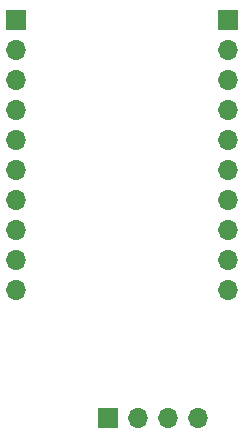
<source format=gbr>
%TF.GenerationSoftware,KiCad,Pcbnew,(5.1.10)-1*%
%TF.CreationDate,2021-10-19T17:14:30+03:00*%
%TF.ProjectId,msp,6d73702e-6b69-4636-9164-5f7063625858,rev?*%
%TF.SameCoordinates,Original*%
%TF.FileFunction,Soldermask,Bot*%
%TF.FilePolarity,Negative*%
%FSLAX46Y46*%
G04 Gerber Fmt 4.6, Leading zero omitted, Abs format (unit mm)*
G04 Created by KiCad (PCBNEW (5.1.10)-1) date 2021-10-19 17:14:30*
%MOMM*%
%LPD*%
G01*
G04 APERTURE LIST*
%ADD10R,1.700000X1.700000*%
%ADD11O,1.700000X1.700000*%
G04 APERTURE END LIST*
D10*
%TO.C,J1*%
X94759780Y-115671600D03*
D11*
X97299780Y-115671600D03*
X99839780Y-115671600D03*
X102379780Y-115671600D03*
%TD*%
D10*
%TO.C,J2*%
X105000000Y-82000000D03*
D11*
X105000000Y-84540000D03*
X105000000Y-87080000D03*
X105000000Y-89620000D03*
X105000000Y-92160000D03*
X105000000Y-94700000D03*
X105000000Y-97240000D03*
X105000000Y-99780000D03*
X105000000Y-102320000D03*
X105000000Y-104860000D03*
%TD*%
%TO.C,J3*%
X87000000Y-104860000D03*
X87000000Y-102320000D03*
X87000000Y-99780000D03*
X87000000Y-97240000D03*
X87000000Y-94700000D03*
X87000000Y-92160000D03*
X87000000Y-89620000D03*
X87000000Y-87080000D03*
X87000000Y-84540000D03*
D10*
X87000000Y-82000000D03*
%TD*%
M02*

</source>
